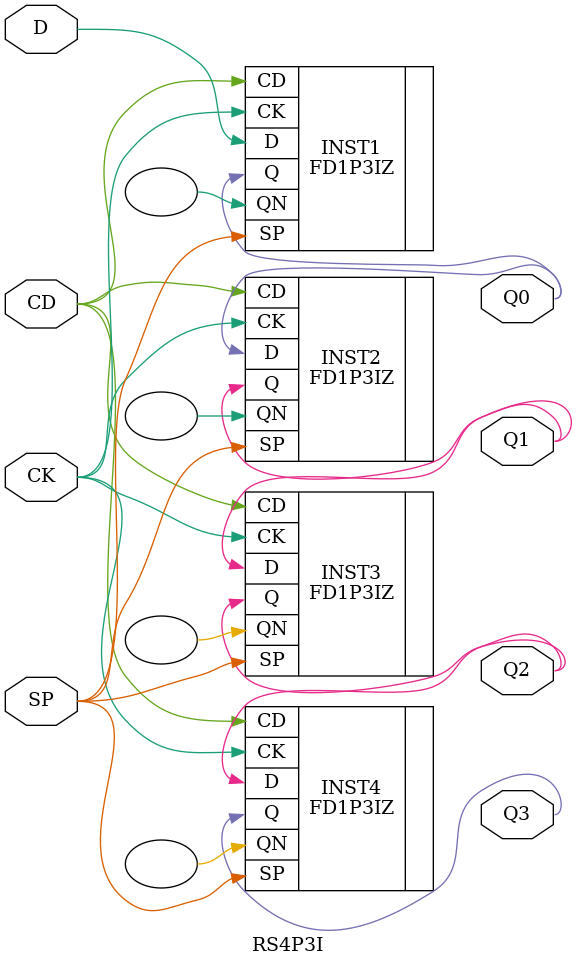
<source format=v>
`resetall
`timescale 1 ns / 100 ps

/* Created by DB2VERILOG Version 1.0.1.1 on Tue May 17 10:57:37 1994 */
/* module compiled from "lsl2db 3.6.4" run */

`celldefine
module RS4P3I (D, SP, CK, CD, Q0, Q1, Q2, Q3);
input  D, SP, CK, CD;
output Q0, Q1, Q2, Q3;
FD1P3IZ INST1 (.D(D), .SP(SP), .CK(CK), .CD(CD), .Q(Q0), .QN());
FD1P3IZ INST2 (.D(Q0), .SP(SP), .CK(CK), .CD(CD), .Q(Q1), .QN());
FD1P3IZ INST3 (.D(Q1), .SP(SP), .CK(CK), .CD(CD), .Q(Q2), .QN());
FD1P3IZ INST4 (.D(Q2), .SP(SP), .CK(CK), .CD(CD), .Q(Q3), .QN());

endmodule
`endcelldefine

</source>
